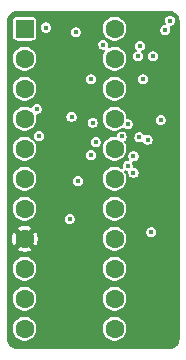
<source format=gbr>
%TF.GenerationSoftware,KiCad,Pcbnew,9.0.2*%
%TF.CreationDate,2025-08-20T02:55:48+06:00*%
%TF.ProjectId,hp3478a-fram-6l,68703334-3738-4612-9d66-72616d2d366c,rev?*%
%TF.SameCoordinates,Original*%
%TF.FileFunction,Copper,L2,Inr*%
%TF.FilePolarity,Positive*%
%FSLAX46Y46*%
G04 Gerber Fmt 4.6, Leading zero omitted, Abs format (unit mm)*
G04 Created by KiCad (PCBNEW 9.0.2) date 2025-08-20 02:55:48*
%MOMM*%
%LPD*%
G01*
G04 APERTURE LIST*
G04 Aperture macros list*
%AMRoundRect*
0 Rectangle with rounded corners*
0 $1 Rounding radius*
0 $2 $3 $4 $5 $6 $7 $8 $9 X,Y pos of 4 corners*
0 Add a 4 corners polygon primitive as box body*
4,1,4,$2,$3,$4,$5,$6,$7,$8,$9,$2,$3,0*
0 Add four circle primitives for the rounded corners*
1,1,$1+$1,$2,$3*
1,1,$1+$1,$4,$5*
1,1,$1+$1,$6,$7*
1,1,$1+$1,$8,$9*
0 Add four rect primitives between the rounded corners*
20,1,$1+$1,$2,$3,$4,$5,0*
20,1,$1+$1,$4,$5,$6,$7,0*
20,1,$1+$1,$6,$7,$8,$9,0*
20,1,$1+$1,$8,$9,$2,$3,0*%
G04 Aperture macros list end*
%TA.AperFunction,ComponentPad*%
%ADD10RoundRect,0.250000X-0.550000X-0.550000X0.550000X-0.550000X0.550000X0.550000X-0.550000X0.550000X0*%
%TD*%
%TA.AperFunction,ComponentPad*%
%ADD11C,1.600000*%
%TD*%
%TA.AperFunction,ViaPad*%
%ADD12C,0.450000*%
%TD*%
G04 APERTURE END LIST*
D10*
%TO.N,/A3*%
%TO.C,J1*%
X132680000Y-56700000D03*
D11*
%TO.N,/A2*%
X132680000Y-59240000D03*
%TO.N,/A1*%
X132680000Y-61780000D03*
%TO.N,/A0*%
X132680000Y-64320000D03*
%TO.N,/A5*%
X132680000Y-66860000D03*
%TO.N,/A6*%
X132680000Y-69400000D03*
%TO.N,/A7*%
X132680000Y-71940000D03*
%TO.N,GND*%
X132680000Y-74480000D03*
%TO.N,/D0*%
X132680000Y-77020000D03*
X132680000Y-79560000D03*
%TO.N,/D1*%
X132680000Y-82100000D03*
X140300000Y-82100000D03*
%TO.N,/D2*%
X140300000Y-79560000D03*
X140300000Y-77020000D03*
%TO.N,/D3*%
X140300000Y-74480000D03*
X140300000Y-71940000D03*
%TO.N,/CE_{2}*%
X140300000Y-69400000D03*
%TO.N,/OD*%
X140300000Y-66860000D03*
%TO.N,/~{CE_{1}}*%
X140300000Y-64320000D03*
%TO.N,/R{slash}W*%
X140300000Y-61780000D03*
%TO.N,/A4*%
X140300000Y-59240000D03*
%TO.N,+5V*%
X140300000Y-56700000D03*
%TD*%
D12*
%TO.N,+5V*%
X138700000Y-66300000D03*
X140900000Y-65827626D03*
%TO.N,GND*%
X137400000Y-62900000D03*
%TO.N,+5V*%
X138300000Y-67400000D03*
X137200000Y-69600000D03*
%TO.N,GND*%
X131700000Y-80900000D03*
X134100000Y-55800000D03*
X145000000Y-80000000D03*
X135000000Y-83000000D03*
X135400000Y-77300000D03*
X138000000Y-56000000D03*
X142662500Y-62250000D03*
X143300000Y-55600000D03*
X145000000Y-77000000D03*
X143100978Y-56462993D03*
X138000000Y-80000000D03*
X135400000Y-76500000D03*
X143740000Y-63350000D03*
X143306798Y-60609149D03*
X136800000Y-65200000D03*
X142000000Y-83000000D03*
X134900000Y-78500000D03*
X135300000Y-67590000D03*
X135300000Y-68860000D03*
X136900000Y-58700000D03*
X142200000Y-56000000D03*
X145000000Y-83000000D03*
X138000000Y-83000000D03*
X134074167Y-64324025D03*
X135000000Y-80000000D03*
X137150000Y-58050000D03*
X136500000Y-73940000D03*
X138000000Y-71000000D03*
X137600000Y-66700000D03*
X143245873Y-65421304D03*
X142900000Y-71500000D03*
X134900000Y-75300000D03*
X136500000Y-60600000D03*
X131700000Y-58100000D03*
X142000000Y-80000000D03*
%TO.N,+5V*%
X134500000Y-56600000D03*
X144600000Y-56800000D03*
X144200000Y-64425000D03*
X133900000Y-65800000D03*
X145000000Y-56010000D03*
X142462500Y-58150000D03*
X141900000Y-68900000D03*
X133700000Y-63500000D03*
%TO.N,/D2*%
X136492614Y-72807386D03*
%TO.N,/D3*%
X143400000Y-73940000D03*
%TO.N,/A7*%
X141400000Y-68300000D03*
X143100000Y-66100000D03*
%TO.N,/A6*%
X141400000Y-64800000D03*
%TO.N,/A5*%
X138450000Y-64650000D03*
%TO.N,/OD*%
X139350000Y-58050000D03*
%TO.N,/R{slash}W*%
X137000000Y-57000000D03*
X138300000Y-61000000D03*
%TO.N,Net-(U1-Y)*%
X141900000Y-67500000D03*
X142287500Y-59037500D03*
%TO.N,/~{CE}*%
X142400000Y-65900000D03*
%TO.N,/~{OE}*%
X136653855Y-64151866D03*
%TO.N,/~{WE}*%
X143555000Y-59045000D03*
X142700000Y-61000000D03*
%TD*%
%TA.AperFunction,Conductor*%
%TO.N,GND*%
G36*
X145004842Y-55200977D02*
G01*
X145064184Y-55206821D01*
X145146271Y-55214906D01*
X145165302Y-55218691D01*
X145296628Y-55258528D01*
X145314551Y-55265953D01*
X145435581Y-55330645D01*
X145451710Y-55341421D01*
X145527196Y-55403371D01*
X145557794Y-55428482D01*
X145571517Y-55442205D01*
X145651092Y-55539168D01*
X145658575Y-55548285D01*
X145669357Y-55564422D01*
X145734045Y-55685445D01*
X145741472Y-55703375D01*
X145781307Y-55834694D01*
X145785093Y-55853728D01*
X145799023Y-55995156D01*
X145799500Y-56004860D01*
X145799500Y-82995139D01*
X145799023Y-83004842D01*
X145799023Y-83004843D01*
X145785093Y-83146271D01*
X145781307Y-83165305D01*
X145741472Y-83296624D01*
X145734045Y-83314554D01*
X145669357Y-83435577D01*
X145658575Y-83451714D01*
X145571517Y-83557794D01*
X145557794Y-83571517D01*
X145451714Y-83658575D01*
X145435577Y-83669357D01*
X145314554Y-83734045D01*
X145296624Y-83741472D01*
X145165305Y-83781307D01*
X145146271Y-83785093D01*
X145004843Y-83799023D01*
X144995139Y-83799500D01*
X132004861Y-83799500D01*
X131995157Y-83799023D01*
X131853728Y-83785093D01*
X131834694Y-83781307D01*
X131703375Y-83741472D01*
X131685445Y-83734045D01*
X131564422Y-83669357D01*
X131548287Y-83658576D01*
X131495245Y-83615046D01*
X131442205Y-83571517D01*
X131428482Y-83557794D01*
X131403371Y-83527196D01*
X131341421Y-83451710D01*
X131330645Y-83435581D01*
X131265953Y-83314551D01*
X131258527Y-83296624D01*
X131253823Y-83281118D01*
X131218691Y-83165302D01*
X131214906Y-83146270D01*
X131200977Y-83004842D01*
X131200500Y-82995139D01*
X131200500Y-82001456D01*
X131679500Y-82001456D01*
X131679500Y-82198543D01*
X131717949Y-82391834D01*
X131717949Y-82391836D01*
X131793367Y-82573913D01*
X131793368Y-82573914D01*
X131902861Y-82737782D01*
X132042218Y-82877139D01*
X132206086Y-82986632D01*
X132388165Y-83062051D01*
X132581459Y-83100500D01*
X132581460Y-83100500D01*
X132778540Y-83100500D01*
X132778541Y-83100500D01*
X132971835Y-83062051D01*
X133153914Y-82986632D01*
X133317782Y-82877139D01*
X133457139Y-82737782D01*
X133566632Y-82573914D01*
X133642051Y-82391835D01*
X133680500Y-82198541D01*
X133680500Y-82001459D01*
X133680499Y-82001456D01*
X139299500Y-82001456D01*
X139299500Y-82198543D01*
X139337949Y-82391834D01*
X139337949Y-82391836D01*
X139413367Y-82573913D01*
X139413368Y-82573914D01*
X139522861Y-82737782D01*
X139662218Y-82877139D01*
X139826086Y-82986632D01*
X140008165Y-83062051D01*
X140201459Y-83100500D01*
X140201460Y-83100500D01*
X140398540Y-83100500D01*
X140398541Y-83100500D01*
X140591835Y-83062051D01*
X140773914Y-82986632D01*
X140937782Y-82877139D01*
X141077139Y-82737782D01*
X141186632Y-82573914D01*
X141262051Y-82391835D01*
X141300500Y-82198541D01*
X141300500Y-82001459D01*
X141262051Y-81808165D01*
X141186632Y-81626086D01*
X141077139Y-81462218D01*
X140937782Y-81322861D01*
X140773914Y-81213368D01*
X140773915Y-81213368D01*
X140773913Y-81213367D01*
X140591835Y-81137949D01*
X140398543Y-81099500D01*
X140398541Y-81099500D01*
X140201459Y-81099500D01*
X140201456Y-81099500D01*
X140008165Y-81137949D01*
X140008163Y-81137949D01*
X139826086Y-81213367D01*
X139662218Y-81322861D01*
X139662214Y-81322864D01*
X139522864Y-81462214D01*
X139522861Y-81462218D01*
X139413367Y-81626086D01*
X139337949Y-81808163D01*
X139337949Y-81808165D01*
X139299500Y-82001456D01*
X133680499Y-82001456D01*
X133642051Y-81808165D01*
X133566632Y-81626086D01*
X133457139Y-81462218D01*
X133317782Y-81322861D01*
X133153914Y-81213368D01*
X133153915Y-81213368D01*
X133153913Y-81213367D01*
X132971835Y-81137949D01*
X132778543Y-81099500D01*
X132778541Y-81099500D01*
X132581459Y-81099500D01*
X132581456Y-81099500D01*
X132388165Y-81137949D01*
X132388163Y-81137949D01*
X132206086Y-81213367D01*
X132042218Y-81322861D01*
X132042214Y-81322864D01*
X131902864Y-81462214D01*
X131902861Y-81462218D01*
X131793367Y-81626086D01*
X131717949Y-81808163D01*
X131717949Y-81808165D01*
X131679500Y-82001456D01*
X131200500Y-82001456D01*
X131200500Y-79461456D01*
X131679500Y-79461456D01*
X131679500Y-79658543D01*
X131717949Y-79851834D01*
X131717949Y-79851836D01*
X131793367Y-80033913D01*
X131793368Y-80033914D01*
X131902861Y-80197782D01*
X132042218Y-80337139D01*
X132206086Y-80446632D01*
X132388165Y-80522051D01*
X132581459Y-80560500D01*
X132581460Y-80560500D01*
X132778540Y-80560500D01*
X132778541Y-80560500D01*
X132971835Y-80522051D01*
X133153914Y-80446632D01*
X133317782Y-80337139D01*
X133457139Y-80197782D01*
X133566632Y-80033914D01*
X133642051Y-79851835D01*
X133680500Y-79658541D01*
X133680500Y-79461459D01*
X133680499Y-79461456D01*
X139299500Y-79461456D01*
X139299500Y-79658543D01*
X139337949Y-79851834D01*
X139337949Y-79851836D01*
X139413367Y-80033913D01*
X139413368Y-80033914D01*
X139522861Y-80197782D01*
X139662218Y-80337139D01*
X139826086Y-80446632D01*
X140008165Y-80522051D01*
X140201459Y-80560500D01*
X140201460Y-80560500D01*
X140398540Y-80560500D01*
X140398541Y-80560500D01*
X140591835Y-80522051D01*
X140773914Y-80446632D01*
X140937782Y-80337139D01*
X141077139Y-80197782D01*
X141186632Y-80033914D01*
X141262051Y-79851835D01*
X141300500Y-79658541D01*
X141300500Y-79461459D01*
X141262051Y-79268165D01*
X141186632Y-79086086D01*
X141077139Y-78922218D01*
X140937782Y-78782861D01*
X140773914Y-78673368D01*
X140773915Y-78673368D01*
X140773913Y-78673367D01*
X140591835Y-78597949D01*
X140398543Y-78559500D01*
X140398541Y-78559500D01*
X140201459Y-78559500D01*
X140201456Y-78559500D01*
X140008165Y-78597949D01*
X140008163Y-78597949D01*
X139826086Y-78673367D01*
X139662218Y-78782861D01*
X139662214Y-78782864D01*
X139522864Y-78922214D01*
X139522861Y-78922218D01*
X139413367Y-79086086D01*
X139337949Y-79268163D01*
X139337949Y-79268165D01*
X139299500Y-79461456D01*
X133680499Y-79461456D01*
X133642051Y-79268165D01*
X133566632Y-79086086D01*
X133457139Y-78922218D01*
X133317782Y-78782861D01*
X133153914Y-78673368D01*
X133153915Y-78673368D01*
X133153913Y-78673367D01*
X132971835Y-78597949D01*
X132778543Y-78559500D01*
X132778541Y-78559500D01*
X132581459Y-78559500D01*
X132581456Y-78559500D01*
X132388165Y-78597949D01*
X132388163Y-78597949D01*
X132206086Y-78673367D01*
X132042218Y-78782861D01*
X132042214Y-78782864D01*
X131902864Y-78922214D01*
X131902861Y-78922218D01*
X131793367Y-79086086D01*
X131717949Y-79268163D01*
X131717949Y-79268165D01*
X131679500Y-79461456D01*
X131200500Y-79461456D01*
X131200500Y-76921456D01*
X131679500Y-76921456D01*
X131679500Y-77118543D01*
X131717949Y-77311834D01*
X131717949Y-77311836D01*
X131793367Y-77493913D01*
X131793368Y-77493914D01*
X131902861Y-77657782D01*
X132042218Y-77797139D01*
X132206086Y-77906632D01*
X132388165Y-77982051D01*
X132581459Y-78020500D01*
X132581460Y-78020500D01*
X132778540Y-78020500D01*
X132778541Y-78020500D01*
X132971835Y-77982051D01*
X133153914Y-77906632D01*
X133317782Y-77797139D01*
X133457139Y-77657782D01*
X133566632Y-77493914D01*
X133642051Y-77311835D01*
X133680500Y-77118541D01*
X133680500Y-76921459D01*
X133680499Y-76921456D01*
X139299500Y-76921456D01*
X139299500Y-77118543D01*
X139337949Y-77311834D01*
X139337949Y-77311836D01*
X139413367Y-77493913D01*
X139413368Y-77493914D01*
X139522861Y-77657782D01*
X139662218Y-77797139D01*
X139826086Y-77906632D01*
X140008165Y-77982051D01*
X140201459Y-78020500D01*
X140201460Y-78020500D01*
X140398540Y-78020500D01*
X140398541Y-78020500D01*
X140591835Y-77982051D01*
X140773914Y-77906632D01*
X140937782Y-77797139D01*
X141077139Y-77657782D01*
X141186632Y-77493914D01*
X141262051Y-77311835D01*
X141300500Y-77118541D01*
X141300500Y-76921459D01*
X141262051Y-76728165D01*
X141186632Y-76546086D01*
X141077139Y-76382218D01*
X140937782Y-76242861D01*
X140773914Y-76133368D01*
X140773915Y-76133368D01*
X140773913Y-76133367D01*
X140591835Y-76057949D01*
X140398543Y-76019500D01*
X140398541Y-76019500D01*
X140201459Y-76019500D01*
X140201456Y-76019500D01*
X140008165Y-76057949D01*
X140008163Y-76057949D01*
X139826086Y-76133367D01*
X139662218Y-76242861D01*
X139662214Y-76242864D01*
X139522864Y-76382214D01*
X139522861Y-76382218D01*
X139413367Y-76546086D01*
X139337949Y-76728163D01*
X139337949Y-76728165D01*
X139299500Y-76921456D01*
X133680499Y-76921456D01*
X133642051Y-76728165D01*
X133566632Y-76546086D01*
X133457139Y-76382218D01*
X133317782Y-76242861D01*
X133153914Y-76133368D01*
X133153915Y-76133368D01*
X133153913Y-76133367D01*
X132971835Y-76057949D01*
X132778543Y-76019500D01*
X132778541Y-76019500D01*
X132581459Y-76019500D01*
X132581456Y-76019500D01*
X132388165Y-76057949D01*
X132388163Y-76057949D01*
X132206086Y-76133367D01*
X132042218Y-76242861D01*
X132042214Y-76242864D01*
X131902864Y-76382214D01*
X131902861Y-76382218D01*
X131793367Y-76546086D01*
X131717949Y-76728163D01*
X131717949Y-76728165D01*
X131679500Y-76921456D01*
X131200500Y-76921456D01*
X131200500Y-74393424D01*
X131580000Y-74393424D01*
X131580000Y-74566575D01*
X131607084Y-74737579D01*
X131660588Y-74902248D01*
X131739196Y-75056524D01*
X131743708Y-75062735D01*
X132280000Y-74526443D01*
X132280000Y-74532661D01*
X132307259Y-74634394D01*
X132359920Y-74725606D01*
X132434394Y-74800080D01*
X132525606Y-74852741D01*
X132627339Y-74880000D01*
X132633552Y-74880000D01*
X132097262Y-75416289D01*
X132097262Y-75416290D01*
X132103469Y-75420800D01*
X132103475Y-75420804D01*
X132257751Y-75499411D01*
X132422420Y-75552915D01*
X132593425Y-75580000D01*
X132766575Y-75580000D01*
X132937579Y-75552915D01*
X133102248Y-75499411D01*
X133256523Y-75420804D01*
X133256530Y-75420800D01*
X133262736Y-75416290D01*
X132726446Y-74880000D01*
X132732661Y-74880000D01*
X132834394Y-74852741D01*
X132925606Y-74800080D01*
X133000080Y-74725606D01*
X133052741Y-74634394D01*
X133080000Y-74532661D01*
X133080000Y-74526446D01*
X133616290Y-75062736D01*
X133620800Y-75056530D01*
X133620804Y-75056523D01*
X133699411Y-74902248D01*
X133752915Y-74737579D01*
X133780000Y-74566575D01*
X133780000Y-74393426D01*
X133779788Y-74392088D01*
X133779788Y-74392086D01*
X133779787Y-74392082D01*
X133778104Y-74381456D01*
X139299500Y-74381456D01*
X139299500Y-74578543D01*
X139337949Y-74771834D01*
X139337949Y-74771836D01*
X139413367Y-74953913D01*
X139413368Y-74953914D01*
X139522861Y-75117782D01*
X139662218Y-75257139D01*
X139826086Y-75366632D01*
X140008165Y-75442051D01*
X140201459Y-75480500D01*
X140201460Y-75480500D01*
X140398540Y-75480500D01*
X140398541Y-75480500D01*
X140591835Y-75442051D01*
X140773914Y-75366632D01*
X140937782Y-75257139D01*
X141077139Y-75117782D01*
X141186632Y-74953914D01*
X141262051Y-74771835D01*
X141300500Y-74578541D01*
X141300500Y-74381459D01*
X141262051Y-74188165D01*
X141186632Y-74006086D01*
X141105045Y-73883982D01*
X142974500Y-73883982D01*
X142974500Y-73996018D01*
X142977198Y-74006086D01*
X143003498Y-74104241D01*
X143059513Y-74201260D01*
X143059515Y-74201263D01*
X143138737Y-74280485D01*
X143138739Y-74280486D01*
X143235759Y-74336501D01*
X143235757Y-74336501D01*
X143235761Y-74336502D01*
X143235763Y-74336503D01*
X143343982Y-74365500D01*
X143343984Y-74365500D01*
X143456016Y-74365500D01*
X143456018Y-74365500D01*
X143564237Y-74336503D01*
X143564239Y-74336501D01*
X143564241Y-74336501D01*
X143593064Y-74319859D01*
X143661263Y-74280485D01*
X143740485Y-74201263D01*
X143783681Y-74126445D01*
X143796501Y-74104241D01*
X143796501Y-74104239D01*
X143796503Y-74104237D01*
X143825500Y-73996018D01*
X143825500Y-73883982D01*
X143796503Y-73775763D01*
X143796501Y-73775760D01*
X143796501Y-73775758D01*
X143740486Y-73678739D01*
X143740485Y-73678737D01*
X143661263Y-73599515D01*
X143661260Y-73599513D01*
X143564240Y-73543498D01*
X143564242Y-73543498D01*
X143522251Y-73532247D01*
X143456018Y-73514500D01*
X143343982Y-73514500D01*
X143277748Y-73532247D01*
X143235758Y-73543498D01*
X143138739Y-73599513D01*
X143059513Y-73678739D01*
X143003498Y-73775758D01*
X143003497Y-73775763D01*
X142974500Y-73883982D01*
X141105045Y-73883982D01*
X141077139Y-73842218D01*
X140937782Y-73702861D01*
X140773914Y-73593368D01*
X140773915Y-73593368D01*
X140773913Y-73593367D01*
X140591835Y-73517949D01*
X140398543Y-73479500D01*
X140398541Y-73479500D01*
X140201459Y-73479500D01*
X140201456Y-73479500D01*
X140008165Y-73517949D01*
X140008163Y-73517949D01*
X139826086Y-73593367D01*
X139662218Y-73702861D01*
X139662214Y-73702864D01*
X139522864Y-73842214D01*
X139522861Y-73842218D01*
X139413367Y-74006086D01*
X139337949Y-74188163D01*
X139337949Y-74188165D01*
X139299500Y-74381456D01*
X133778104Y-74381456D01*
X133752915Y-74222420D01*
X133699411Y-74057751D01*
X133620804Y-73903475D01*
X133620800Y-73903469D01*
X133616290Y-73897262D01*
X133616289Y-73897262D01*
X133080000Y-74433551D01*
X133080000Y-74427339D01*
X133052741Y-74325606D01*
X133000080Y-74234394D01*
X132925606Y-74159920D01*
X132834394Y-74107259D01*
X132732661Y-74080000D01*
X132726444Y-74080000D01*
X133262736Y-73543708D01*
X133256524Y-73539196D01*
X133102248Y-73460588D01*
X132937579Y-73407084D01*
X132766575Y-73380000D01*
X132593425Y-73380000D01*
X132422420Y-73407084D01*
X132257751Y-73460588D01*
X132103478Y-73539194D01*
X132097262Y-73543708D01*
X132633554Y-74080000D01*
X132627339Y-74080000D01*
X132525606Y-74107259D01*
X132434394Y-74159920D01*
X132359920Y-74234394D01*
X132307259Y-74325606D01*
X132280000Y-74427339D01*
X132280000Y-74433554D01*
X131743708Y-73897262D01*
X131739194Y-73903478D01*
X131660588Y-74057751D01*
X131607084Y-74222420D01*
X131580000Y-74393424D01*
X131200500Y-74393424D01*
X131200500Y-71841456D01*
X131679500Y-71841456D01*
X131679500Y-72038543D01*
X131717949Y-72231834D01*
X131717949Y-72231836D01*
X131793367Y-72413913D01*
X131793368Y-72413914D01*
X131902861Y-72577782D01*
X132042218Y-72717139D01*
X132206086Y-72826632D01*
X132388165Y-72902051D01*
X132581459Y-72940500D01*
X132581460Y-72940500D01*
X132778540Y-72940500D01*
X132778541Y-72940500D01*
X132971835Y-72902051D01*
X133153914Y-72826632D01*
X133266555Y-72751368D01*
X136067114Y-72751368D01*
X136067114Y-72863404D01*
X136087772Y-72940500D01*
X136096112Y-72971627D01*
X136152127Y-73068646D01*
X136152129Y-73068649D01*
X136231351Y-73147871D01*
X136231353Y-73147872D01*
X136328373Y-73203887D01*
X136328371Y-73203887D01*
X136328375Y-73203888D01*
X136328377Y-73203889D01*
X136436596Y-73232886D01*
X136436598Y-73232886D01*
X136548630Y-73232886D01*
X136548632Y-73232886D01*
X136656851Y-73203889D01*
X136656853Y-73203887D01*
X136656855Y-73203887D01*
X136685678Y-73187245D01*
X136753877Y-73147871D01*
X136833099Y-73068649D01*
X136889117Y-72971623D01*
X136918114Y-72863404D01*
X136918114Y-72751368D01*
X136889117Y-72643149D01*
X136889115Y-72643146D01*
X136889115Y-72643144D01*
X136833100Y-72546125D01*
X136833099Y-72546123D01*
X136753877Y-72466901D01*
X136753874Y-72466899D01*
X136656854Y-72410884D01*
X136656856Y-72410884D01*
X136614865Y-72399633D01*
X136548632Y-72381886D01*
X136436596Y-72381886D01*
X136370362Y-72399633D01*
X136328372Y-72410884D01*
X136231353Y-72466899D01*
X136152127Y-72546125D01*
X136096112Y-72643144D01*
X136096111Y-72643149D01*
X136067114Y-72751368D01*
X133266555Y-72751368D01*
X133317782Y-72717139D01*
X133457139Y-72577782D01*
X133566632Y-72413914D01*
X133642051Y-72231835D01*
X133680500Y-72038541D01*
X133680500Y-71841459D01*
X133680499Y-71841456D01*
X139299500Y-71841456D01*
X139299500Y-72038543D01*
X139337949Y-72231834D01*
X139337949Y-72231836D01*
X139413367Y-72413913D01*
X139413368Y-72413914D01*
X139522861Y-72577782D01*
X139662218Y-72717139D01*
X139826086Y-72826632D01*
X140008165Y-72902051D01*
X140201459Y-72940500D01*
X140201460Y-72940500D01*
X140398540Y-72940500D01*
X140398541Y-72940500D01*
X140591835Y-72902051D01*
X140773914Y-72826632D01*
X140937782Y-72717139D01*
X141077139Y-72577782D01*
X141186632Y-72413914D01*
X141262051Y-72231835D01*
X141300500Y-72038541D01*
X141300500Y-71841459D01*
X141262051Y-71648165D01*
X141186632Y-71466086D01*
X141077139Y-71302218D01*
X140937782Y-71162861D01*
X140773914Y-71053368D01*
X140773915Y-71053368D01*
X140773913Y-71053367D01*
X140591835Y-70977949D01*
X140398543Y-70939500D01*
X140398541Y-70939500D01*
X140201459Y-70939500D01*
X140201456Y-70939500D01*
X140008165Y-70977949D01*
X140008163Y-70977949D01*
X139826086Y-71053367D01*
X139662218Y-71162861D01*
X139662214Y-71162864D01*
X139522864Y-71302214D01*
X139522861Y-71302218D01*
X139413367Y-71466086D01*
X139337949Y-71648163D01*
X139337949Y-71648165D01*
X139299500Y-71841456D01*
X133680499Y-71841456D01*
X133642051Y-71648165D01*
X133566632Y-71466086D01*
X133457139Y-71302218D01*
X133317782Y-71162861D01*
X133153914Y-71053368D01*
X133153915Y-71053368D01*
X133153913Y-71053367D01*
X132971835Y-70977949D01*
X132778543Y-70939500D01*
X132778541Y-70939500D01*
X132581459Y-70939500D01*
X132581456Y-70939500D01*
X132388165Y-70977949D01*
X132388163Y-70977949D01*
X132206086Y-71053367D01*
X132042218Y-71162861D01*
X132042214Y-71162864D01*
X131902864Y-71302214D01*
X131902861Y-71302218D01*
X131793367Y-71466086D01*
X131717949Y-71648163D01*
X131717949Y-71648165D01*
X131679500Y-71841456D01*
X131200500Y-71841456D01*
X131200500Y-69301456D01*
X131679500Y-69301456D01*
X131679500Y-69498543D01*
X131683406Y-69518179D01*
X131710824Y-69656018D01*
X131717949Y-69691834D01*
X131717949Y-69691836D01*
X131793367Y-69873913D01*
X131793368Y-69873914D01*
X131902861Y-70037782D01*
X132042218Y-70177139D01*
X132206086Y-70286632D01*
X132388165Y-70362051D01*
X132581459Y-70400500D01*
X132581460Y-70400500D01*
X132778540Y-70400500D01*
X132778541Y-70400500D01*
X132971835Y-70362051D01*
X133153914Y-70286632D01*
X133317782Y-70177139D01*
X133457139Y-70037782D01*
X133566632Y-69873914D01*
X133642051Y-69691835D01*
X133671461Y-69543982D01*
X136774500Y-69543982D01*
X136774500Y-69656018D01*
X136800072Y-69751455D01*
X136803498Y-69764241D01*
X136859513Y-69861260D01*
X136859515Y-69861263D01*
X136938737Y-69940485D01*
X136938739Y-69940486D01*
X137035759Y-69996501D01*
X137035757Y-69996501D01*
X137035761Y-69996502D01*
X137035763Y-69996503D01*
X137143982Y-70025500D01*
X137143984Y-70025500D01*
X137256016Y-70025500D01*
X137256018Y-70025500D01*
X137364237Y-69996503D01*
X137364239Y-69996501D01*
X137364241Y-69996501D01*
X137393064Y-69979859D01*
X137461263Y-69940485D01*
X137540485Y-69861263D01*
X137596503Y-69764237D01*
X137625500Y-69656018D01*
X137625500Y-69543982D01*
X137596503Y-69435763D01*
X137540485Y-69338737D01*
X137503204Y-69301456D01*
X139299500Y-69301456D01*
X139299500Y-69498543D01*
X139303406Y-69518179D01*
X139330824Y-69656018D01*
X139337949Y-69691834D01*
X139337949Y-69691836D01*
X139413367Y-69873913D01*
X139413368Y-69873914D01*
X139522861Y-70037782D01*
X139662218Y-70177139D01*
X139826086Y-70286632D01*
X140008165Y-70362051D01*
X140201459Y-70400500D01*
X140201460Y-70400500D01*
X140398540Y-70400500D01*
X140398541Y-70400500D01*
X140591835Y-70362051D01*
X140773914Y-70286632D01*
X140937782Y-70177139D01*
X141077139Y-70037782D01*
X141186632Y-69873914D01*
X141262051Y-69691835D01*
X141300500Y-69498541D01*
X141300500Y-69301459D01*
X141262051Y-69108165D01*
X141186632Y-68926086D01*
X141135194Y-68849104D01*
X141129008Y-68827170D01*
X141119296Y-68806555D01*
X141120866Y-68798303D01*
X141118586Y-68790218D01*
X141126474Y-68768834D01*
X141130735Y-68746448D01*
X141136855Y-68740695D01*
X141139763Y-68732814D01*
X141158712Y-68720152D01*
X141175319Y-68704544D01*
X141183115Y-68703846D01*
X141190637Y-68698821D01*
X141236019Y-68696850D01*
X141239604Y-68697532D01*
X141343982Y-68725500D01*
X141386563Y-68725500D01*
X141395737Y-68727246D01*
X141414765Y-68737696D01*
X141435419Y-68744407D01*
X141441019Y-68752114D01*
X141449366Y-68756699D01*
X141458617Y-68776337D01*
X141471383Y-68793907D01*
X141471648Y-68803996D01*
X141475442Y-68812049D01*
X141472294Y-68828587D01*
X141472520Y-68837177D01*
X141475347Y-68837550D01*
X141474500Y-68843981D01*
X141474500Y-68843982D01*
X141474500Y-68956018D01*
X141500072Y-69051455D01*
X141503498Y-69064241D01*
X141559513Y-69161260D01*
X141559515Y-69161263D01*
X141638737Y-69240485D01*
X141638739Y-69240486D01*
X141735759Y-69296501D01*
X141735757Y-69296501D01*
X141735761Y-69296502D01*
X141735763Y-69296503D01*
X141843982Y-69325500D01*
X141843984Y-69325500D01*
X141956016Y-69325500D01*
X141956018Y-69325500D01*
X142064237Y-69296503D01*
X142064239Y-69296501D01*
X142064241Y-69296501D01*
X142093064Y-69279859D01*
X142161263Y-69240485D01*
X142240485Y-69161263D01*
X142296503Y-69064237D01*
X142325500Y-68956018D01*
X142325500Y-68843982D01*
X142296503Y-68735763D01*
X142296501Y-68735760D01*
X142296501Y-68735758D01*
X142240486Y-68638739D01*
X142240485Y-68638737D01*
X142161263Y-68559515D01*
X142161260Y-68559513D01*
X142064240Y-68503498D01*
X142064242Y-68503498D01*
X142022251Y-68492247D01*
X141956018Y-68474500D01*
X141922772Y-68474500D01*
X141864581Y-68455593D01*
X141828617Y-68406093D01*
X141827479Y-68362822D01*
X141824653Y-68362450D01*
X141825500Y-68356017D01*
X141825500Y-68243983D01*
X141796502Y-68135761D01*
X141760844Y-68074000D01*
X141748123Y-68014152D01*
X141773010Y-67958256D01*
X141825998Y-67927663D01*
X141846581Y-67925500D01*
X141956016Y-67925500D01*
X141956018Y-67925500D01*
X142064237Y-67896503D01*
X142064239Y-67896501D01*
X142064241Y-67896501D01*
X142102347Y-67874500D01*
X142161263Y-67840485D01*
X142240485Y-67761263D01*
X142296503Y-67664237D01*
X142325500Y-67556018D01*
X142325500Y-67443982D01*
X142296503Y-67335763D01*
X142296501Y-67335760D01*
X142296501Y-67335758D01*
X142240486Y-67238739D01*
X142240485Y-67238737D01*
X142161263Y-67159515D01*
X142147961Y-67151835D01*
X142064240Y-67103498D01*
X142064242Y-67103498D01*
X142022251Y-67092247D01*
X141956018Y-67074500D01*
X141843982Y-67074500D01*
X141777748Y-67092247D01*
X141735758Y-67103498D01*
X141638739Y-67159513D01*
X141559513Y-67238739D01*
X141503498Y-67335758D01*
X141501294Y-67343983D01*
X141474500Y-67443982D01*
X141474500Y-67556018D01*
X141493831Y-67628164D01*
X141503497Y-67664238D01*
X141539156Y-67726000D01*
X141551877Y-67785848D01*
X141526990Y-67841744D01*
X141474002Y-67872337D01*
X141453419Y-67874500D01*
X141343982Y-67874500D01*
X141277748Y-67892247D01*
X141235758Y-67903498D01*
X141138739Y-67959513D01*
X141059513Y-68038739D01*
X141003498Y-68135758D01*
X141003497Y-68135763D01*
X140974500Y-68243982D01*
X140974500Y-68356018D01*
X140996453Y-68437949D01*
X141001522Y-68456866D01*
X140998319Y-68517968D01*
X140959814Y-68565518D01*
X140900713Y-68581353D01*
X140850893Y-68564804D01*
X140845594Y-68561263D01*
X140773914Y-68513368D01*
X140591835Y-68437949D01*
X140398543Y-68399500D01*
X140398541Y-68399500D01*
X140201459Y-68399500D01*
X140201456Y-68399500D01*
X140008165Y-68437949D01*
X140008163Y-68437949D01*
X139826086Y-68513367D01*
X139662218Y-68622861D01*
X139662214Y-68622864D01*
X139522864Y-68762214D01*
X139522861Y-68762218D01*
X139413367Y-68926086D01*
X139337949Y-69108163D01*
X139337949Y-69108165D01*
X139299500Y-69301456D01*
X137503204Y-69301456D01*
X137461263Y-69259515D01*
X137461260Y-69259513D01*
X137364240Y-69203498D01*
X137364242Y-69203498D01*
X137322251Y-69192247D01*
X137256018Y-69174500D01*
X137143982Y-69174500D01*
X137077748Y-69192247D01*
X137035758Y-69203498D01*
X136938739Y-69259513D01*
X136859513Y-69338739D01*
X136803498Y-69435758D01*
X136803497Y-69435763D01*
X136774500Y-69543982D01*
X133671461Y-69543982D01*
X133680500Y-69498541D01*
X133680500Y-69301459D01*
X133642051Y-69108165D01*
X133566632Y-68926086D01*
X133457139Y-68762218D01*
X133317782Y-68622861D01*
X133208288Y-68549699D01*
X133153913Y-68513367D01*
X132971835Y-68437949D01*
X132778543Y-68399500D01*
X132778541Y-68399500D01*
X132581459Y-68399500D01*
X132581456Y-68399500D01*
X132388165Y-68437949D01*
X132388163Y-68437949D01*
X132206086Y-68513367D01*
X132042218Y-68622861D01*
X132042214Y-68622864D01*
X131902864Y-68762214D01*
X131902861Y-68762218D01*
X131793367Y-68926086D01*
X131717949Y-69108163D01*
X131717949Y-69108165D01*
X131679500Y-69301456D01*
X131200500Y-69301456D01*
X131200500Y-66761456D01*
X131679500Y-66761456D01*
X131679500Y-66958543D01*
X131717949Y-67151834D01*
X131717949Y-67151836D01*
X131793367Y-67333913D01*
X131793368Y-67333914D01*
X131902861Y-67497782D01*
X132042218Y-67637139D01*
X132206086Y-67746632D01*
X132388165Y-67822051D01*
X132581459Y-67860500D01*
X132581460Y-67860500D01*
X132778540Y-67860500D01*
X132778541Y-67860500D01*
X132971835Y-67822051D01*
X133153914Y-67746632D01*
X133317782Y-67637139D01*
X133457139Y-67497782D01*
X133559905Y-67343982D01*
X137874500Y-67343982D01*
X137874500Y-67456018D01*
X137900072Y-67551455D01*
X137903498Y-67564241D01*
X137959513Y-67661260D01*
X137959515Y-67661263D01*
X138038737Y-67740485D01*
X138038739Y-67740486D01*
X138135759Y-67796501D01*
X138135757Y-67796501D01*
X138135761Y-67796502D01*
X138135763Y-67796503D01*
X138243982Y-67825500D01*
X138243984Y-67825500D01*
X138356016Y-67825500D01*
X138356018Y-67825500D01*
X138464237Y-67796503D01*
X138464239Y-67796501D01*
X138464241Y-67796501D01*
X138525274Y-67761263D01*
X138561263Y-67740485D01*
X138640485Y-67661263D01*
X138696503Y-67564237D01*
X138725500Y-67456018D01*
X138725500Y-67343982D01*
X138696503Y-67235763D01*
X138696501Y-67235760D01*
X138696501Y-67235758D01*
X138640486Y-67138739D01*
X138640485Y-67138737D01*
X138561263Y-67059515D01*
X138561260Y-67059513D01*
X138464240Y-67003498D01*
X138464242Y-67003498D01*
X138422251Y-66992247D01*
X138356018Y-66974500D01*
X138243982Y-66974500D01*
X138177748Y-66992247D01*
X138135758Y-67003498D01*
X138038739Y-67059513D01*
X137959513Y-67138739D01*
X137903498Y-67235758D01*
X137887286Y-67296263D01*
X137874500Y-67343982D01*
X133559905Y-67343982D01*
X133566632Y-67333914D01*
X133642051Y-67151835D01*
X133680500Y-66958541D01*
X133680500Y-66761459D01*
X133680499Y-66761456D01*
X139299500Y-66761456D01*
X139299500Y-66958543D01*
X139337949Y-67151834D01*
X139337949Y-67151836D01*
X139413367Y-67333913D01*
X139413368Y-67333914D01*
X139522861Y-67497782D01*
X139662218Y-67637139D01*
X139826086Y-67746632D01*
X140008165Y-67822051D01*
X140201459Y-67860500D01*
X140201460Y-67860500D01*
X140398540Y-67860500D01*
X140398541Y-67860500D01*
X140591835Y-67822051D01*
X140773914Y-67746632D01*
X140937782Y-67637139D01*
X141077139Y-67497782D01*
X141186632Y-67333914D01*
X141262051Y-67151835D01*
X141300500Y-66958541D01*
X141300500Y-66761459D01*
X141262051Y-66568165D01*
X141186632Y-66386086D01*
X141133192Y-66306108D01*
X141116584Y-66247221D01*
X141137761Y-66189817D01*
X141156983Y-66173189D01*
X141156117Y-66172060D01*
X141161256Y-66168116D01*
X141161258Y-66168113D01*
X141161263Y-66168111D01*
X141240485Y-66088889D01*
X141296503Y-65991863D01*
X141325500Y-65883644D01*
X141325500Y-65843982D01*
X141974500Y-65843982D01*
X141974500Y-65956018D01*
X141996664Y-66038737D01*
X142003498Y-66064241D01*
X142059513Y-66161260D01*
X142059515Y-66161263D01*
X142138737Y-66240485D01*
X142138739Y-66240486D01*
X142235759Y-66296501D01*
X142235757Y-66296501D01*
X142235761Y-66296502D01*
X142235763Y-66296503D01*
X142343982Y-66325500D01*
X142343984Y-66325500D01*
X142456016Y-66325500D01*
X142456018Y-66325500D01*
X142564237Y-66296503D01*
X142596915Y-66277635D01*
X142656763Y-66264913D01*
X142712659Y-66289798D01*
X142732153Y-66313871D01*
X142756485Y-66356016D01*
X142759515Y-66361263D01*
X142838737Y-66440485D01*
X142838739Y-66440486D01*
X142935759Y-66496501D01*
X142935757Y-66496501D01*
X142935761Y-66496502D01*
X142935763Y-66496503D01*
X143043982Y-66525500D01*
X143043984Y-66525500D01*
X143156016Y-66525500D01*
X143156018Y-66525500D01*
X143264237Y-66496503D01*
X143264239Y-66496501D01*
X143264241Y-66496501D01*
X143320123Y-66464237D01*
X143361263Y-66440485D01*
X143440485Y-66361263D01*
X143496503Y-66264237D01*
X143525500Y-66156018D01*
X143525500Y-66043982D01*
X143496503Y-65935763D01*
X143496501Y-65935760D01*
X143496501Y-65935758D01*
X143440486Y-65838739D01*
X143440485Y-65838737D01*
X143361263Y-65759515D01*
X143334361Y-65743983D01*
X143264240Y-65703498D01*
X143264242Y-65703498D01*
X143222251Y-65692247D01*
X143156018Y-65674500D01*
X143043982Y-65674500D01*
X142948544Y-65700072D01*
X142935759Y-65703498D01*
X142903081Y-65722365D01*
X142843233Y-65735086D01*
X142787337Y-65710199D01*
X142767849Y-65686133D01*
X142740485Y-65638737D01*
X142661263Y-65559515D01*
X142661260Y-65559513D01*
X142564240Y-65503498D01*
X142564242Y-65503498D01*
X142503191Y-65487140D01*
X142456018Y-65474500D01*
X142343982Y-65474500D01*
X142296809Y-65487140D01*
X142235758Y-65503498D01*
X142138739Y-65559513D01*
X142059513Y-65638739D01*
X142003498Y-65735758D01*
X141992257Y-65777713D01*
X141974500Y-65843982D01*
X141325500Y-65843982D01*
X141325500Y-65771608D01*
X141296503Y-65663389D01*
X141296501Y-65663386D01*
X141296501Y-65663384D01*
X141240486Y-65566365D01*
X141240485Y-65566363D01*
X141161263Y-65487141D01*
X141161260Y-65487139D01*
X141064240Y-65431124D01*
X141064242Y-65431124D01*
X141022251Y-65419873D01*
X140956018Y-65402126D01*
X140843982Y-65402126D01*
X140838862Y-65403498D01*
X140774215Y-65420819D01*
X140774208Y-65420821D01*
X140735763Y-65431123D01*
X140701297Y-65451021D01*
X140701287Y-65451026D01*
X140638738Y-65487140D01*
X140559513Y-65566365D01*
X140503498Y-65663384D01*
X140474500Y-65771609D01*
X140474261Y-65773425D01*
X140473696Y-65774608D01*
X140472821Y-65777876D01*
X140472215Y-65777713D01*
X140447918Y-65828649D01*
X140394146Y-65857843D01*
X140376108Y-65859500D01*
X140201456Y-65859500D01*
X140008165Y-65897949D01*
X140008163Y-65897949D01*
X139826086Y-65973367D01*
X139662218Y-66082861D01*
X139662214Y-66082864D01*
X139522864Y-66222214D01*
X139522861Y-66222218D01*
X139413367Y-66386086D01*
X139337949Y-66568163D01*
X139337949Y-66568165D01*
X139299500Y-66761456D01*
X133680499Y-66761456D01*
X133642051Y-66568165D01*
X133566632Y-66386086D01*
X133471681Y-66243982D01*
X138274500Y-66243982D01*
X138274500Y-66356018D01*
X138282557Y-66386086D01*
X138303498Y-66464241D01*
X138338867Y-66525500D01*
X138359515Y-66561263D01*
X138438737Y-66640485D01*
X138438739Y-66640486D01*
X138535759Y-66696501D01*
X138535757Y-66696501D01*
X138535761Y-66696502D01*
X138535763Y-66696503D01*
X138643982Y-66725500D01*
X138643984Y-66725500D01*
X138756016Y-66725500D01*
X138756018Y-66725500D01*
X138864237Y-66696503D01*
X138864239Y-66696501D01*
X138864241Y-66696501D01*
X138893064Y-66679859D01*
X138961263Y-66640485D01*
X139040485Y-66561263D01*
X139096503Y-66464237D01*
X139125500Y-66356018D01*
X139125500Y-66243982D01*
X139096503Y-66135763D01*
X139096501Y-66135760D01*
X139096501Y-66135758D01*
X139040486Y-66038739D01*
X139040485Y-66038737D01*
X138961263Y-65959515D01*
X138961260Y-65959513D01*
X138864240Y-65903498D01*
X138864242Y-65903498D01*
X138822251Y-65892247D01*
X138756018Y-65874500D01*
X138643982Y-65874500D01*
X138577748Y-65892247D01*
X138535758Y-65903498D01*
X138438739Y-65959513D01*
X138359513Y-66038739D01*
X138303498Y-66135758D01*
X138296665Y-66161260D01*
X138274500Y-66243982D01*
X133471681Y-66243982D01*
X133457139Y-66222218D01*
X133317782Y-66082861D01*
X133153914Y-65973368D01*
X133153915Y-65973368D01*
X133153913Y-65973367D01*
X132971835Y-65897949D01*
X132778543Y-65859500D01*
X132778541Y-65859500D01*
X132581459Y-65859500D01*
X132581456Y-65859500D01*
X132388165Y-65897949D01*
X132388163Y-65897949D01*
X132206086Y-65973367D01*
X132042218Y-66082861D01*
X132042214Y-66082864D01*
X131902864Y-66222214D01*
X131902861Y-66222218D01*
X131793367Y-66386086D01*
X131717949Y-66568163D01*
X131717949Y-66568165D01*
X131679500Y-66761456D01*
X131200500Y-66761456D01*
X131200500Y-65743982D01*
X133474500Y-65743982D01*
X133474500Y-65856018D01*
X133500072Y-65951455D01*
X133503498Y-65964241D01*
X133538485Y-66024839D01*
X133538486Y-66024841D01*
X133559515Y-66061263D01*
X133638737Y-66140485D01*
X133639094Y-66140691D01*
X133639095Y-66140692D01*
X133735759Y-66196501D01*
X133735757Y-66196501D01*
X133735761Y-66196502D01*
X133735763Y-66196503D01*
X133843982Y-66225500D01*
X133843984Y-66225500D01*
X133956016Y-66225500D01*
X133956018Y-66225500D01*
X134064237Y-66196503D01*
X134064239Y-66196501D01*
X134064241Y-66196501D01*
X134104618Y-66173189D01*
X134161263Y-66140485D01*
X134240485Y-66061263D01*
X134296503Y-65964237D01*
X134325500Y-65856018D01*
X134325500Y-65743982D01*
X134296503Y-65635763D01*
X134296501Y-65635760D01*
X134296501Y-65635758D01*
X134240486Y-65538739D01*
X134240485Y-65538737D01*
X134161263Y-65459515D01*
X134146560Y-65451026D01*
X134064240Y-65403498D01*
X134064242Y-65403498D01*
X134022251Y-65392247D01*
X133956018Y-65374500D01*
X133843982Y-65374500D01*
X133777748Y-65392247D01*
X133735758Y-65403498D01*
X133638739Y-65459513D01*
X133559513Y-65538739D01*
X133503498Y-65635758D01*
X133490002Y-65686128D01*
X133474500Y-65743982D01*
X131200500Y-65743982D01*
X131200500Y-64221456D01*
X131679500Y-64221456D01*
X131679500Y-64418543D01*
X131717949Y-64611834D01*
X131717949Y-64611836D01*
X131793367Y-64793913D01*
X131793368Y-64793914D01*
X131902861Y-64957782D01*
X132042218Y-65097139D01*
X132206086Y-65206632D01*
X132388165Y-65282051D01*
X132581459Y-65320500D01*
X132581460Y-65320500D01*
X132778540Y-65320500D01*
X132778541Y-65320500D01*
X132971835Y-65282051D01*
X133153914Y-65206632D01*
X133317782Y-65097139D01*
X133457139Y-64957782D01*
X133566632Y-64793914D01*
X133642051Y-64611835D01*
X133645602Y-64593982D01*
X138024500Y-64593982D01*
X138024500Y-64706018D01*
X138034673Y-64743983D01*
X138053498Y-64814241D01*
X138109513Y-64911260D01*
X138109515Y-64911263D01*
X138188737Y-64990485D01*
X138188739Y-64990486D01*
X138285759Y-65046501D01*
X138285757Y-65046501D01*
X138285761Y-65046502D01*
X138285763Y-65046503D01*
X138393982Y-65075500D01*
X138393984Y-65075500D01*
X138506016Y-65075500D01*
X138506018Y-65075500D01*
X138614237Y-65046503D01*
X138614239Y-65046501D01*
X138614241Y-65046501D01*
X138643064Y-65029859D01*
X138711263Y-64990485D01*
X138790485Y-64911263D01*
X138846503Y-64814237D01*
X138875500Y-64706018D01*
X138875500Y-64593982D01*
X138846503Y-64485763D01*
X138846501Y-64485760D01*
X138846501Y-64485758D01*
X138790486Y-64388739D01*
X138790485Y-64388737D01*
X138711263Y-64309515D01*
X138626822Y-64260763D01*
X138614239Y-64253498D01*
X138614238Y-64253497D01*
X138614237Y-64253497D01*
X138506018Y-64224500D01*
X138393982Y-64224500D01*
X138327748Y-64242247D01*
X138285758Y-64253498D01*
X138188739Y-64309513D01*
X138109513Y-64388739D01*
X138053498Y-64485758D01*
X138051731Y-64492352D01*
X138024500Y-64593982D01*
X133645602Y-64593982D01*
X133680500Y-64418541D01*
X133680500Y-64221459D01*
X133655514Y-64095848D01*
X136228355Y-64095848D01*
X136228355Y-64207884D01*
X136242524Y-64260763D01*
X136257353Y-64316107D01*
X136313368Y-64413126D01*
X136313370Y-64413129D01*
X136392592Y-64492351D01*
X136392594Y-64492352D01*
X136489614Y-64548367D01*
X136489612Y-64548367D01*
X136489616Y-64548368D01*
X136489618Y-64548369D01*
X136597837Y-64577366D01*
X136597839Y-64577366D01*
X136709871Y-64577366D01*
X136709873Y-64577366D01*
X136818092Y-64548369D01*
X136818094Y-64548367D01*
X136818096Y-64548367D01*
X136853862Y-64527716D01*
X136915118Y-64492351D01*
X136994340Y-64413129D01*
X137050358Y-64316103D01*
X137075718Y-64221456D01*
X139299500Y-64221456D01*
X139299500Y-64418543D01*
X139337949Y-64611834D01*
X139337949Y-64611836D01*
X139413367Y-64793913D01*
X139413368Y-64793914D01*
X139522861Y-64957782D01*
X139662218Y-65097139D01*
X139826086Y-65206632D01*
X140008165Y-65282051D01*
X140201459Y-65320500D01*
X140201460Y-65320500D01*
X140398540Y-65320500D01*
X140398541Y-65320500D01*
X140591835Y-65282051D01*
X140773914Y-65206632D01*
X140937782Y-65097139D01*
X140946581Y-65088339D01*
X141001095Y-65060560D01*
X141061527Y-65070130D01*
X141086586Y-65088334D01*
X141138737Y-65140485D01*
X141138739Y-65140486D01*
X141235759Y-65196501D01*
X141235757Y-65196501D01*
X141235761Y-65196502D01*
X141235763Y-65196503D01*
X141343982Y-65225500D01*
X141343984Y-65225500D01*
X141456016Y-65225500D01*
X141456018Y-65225500D01*
X141564237Y-65196503D01*
X141564239Y-65196501D01*
X141564241Y-65196501D01*
X141593064Y-65179859D01*
X141661263Y-65140485D01*
X141740485Y-65061263D01*
X141796503Y-64964237D01*
X141825500Y-64856018D01*
X141825500Y-64743982D01*
X141796503Y-64635763D01*
X141796501Y-64635760D01*
X141796501Y-64635758D01*
X141740486Y-64538739D01*
X141740485Y-64538737D01*
X141661263Y-64459515D01*
X141641714Y-64448228D01*
X141641713Y-64448227D01*
X141564240Y-64403498D01*
X141564242Y-64403498D01*
X141509159Y-64388739D01*
X141456018Y-64374500D01*
X141399500Y-64374500D01*
X141382517Y-64368982D01*
X143774500Y-64368982D01*
X143774500Y-64481018D01*
X143789966Y-64538737D01*
X143803498Y-64589241D01*
X143859513Y-64686260D01*
X143859515Y-64686263D01*
X143938737Y-64765485D01*
X143938739Y-64765486D01*
X144035759Y-64821501D01*
X144035757Y-64821501D01*
X144035761Y-64821502D01*
X144035763Y-64821503D01*
X144143982Y-64850500D01*
X144143984Y-64850500D01*
X144256016Y-64850500D01*
X144256018Y-64850500D01*
X144364237Y-64821503D01*
X144364239Y-64821501D01*
X144364241Y-64821501D01*
X144393064Y-64804859D01*
X144461263Y-64765485D01*
X144540485Y-64686263D01*
X144579859Y-64618064D01*
X144596501Y-64589241D01*
X144596501Y-64589239D01*
X144596503Y-64589237D01*
X144625500Y-64481018D01*
X144625500Y-64368982D01*
X144596503Y-64260763D01*
X144596501Y-64260760D01*
X144596501Y-64260758D01*
X144540486Y-64163739D01*
X144540485Y-64163737D01*
X144461263Y-64084515D01*
X144461260Y-64084513D01*
X144364240Y-64028498D01*
X144364242Y-64028498D01*
X144322251Y-64017247D01*
X144256018Y-63999500D01*
X144143982Y-63999500D01*
X144077748Y-64017247D01*
X144035758Y-64028498D01*
X143938739Y-64084513D01*
X143859513Y-64163739D01*
X143803498Y-64260758D01*
X143790434Y-64309515D01*
X143774500Y-64368982D01*
X141382517Y-64368982D01*
X141341309Y-64355593D01*
X141305345Y-64306093D01*
X141300500Y-64275500D01*
X141300500Y-64221460D01*
X141300499Y-64221456D01*
X141262051Y-64028165D01*
X141186632Y-63846086D01*
X141077139Y-63682218D01*
X140937782Y-63542861D01*
X140828288Y-63469699D01*
X140773913Y-63433367D01*
X140591835Y-63357949D01*
X140398543Y-63319500D01*
X140398541Y-63319500D01*
X140201459Y-63319500D01*
X140201456Y-63319500D01*
X140008165Y-63357949D01*
X140008163Y-63357949D01*
X139826086Y-63433367D01*
X139662218Y-63542861D01*
X139662214Y-63542864D01*
X139522864Y-63682214D01*
X139522861Y-63682218D01*
X139413367Y-63846086D01*
X139337949Y-64028163D01*
X139337949Y-64028165D01*
X139299500Y-64221456D01*
X137075718Y-64221456D01*
X137079355Y-64207884D01*
X137079355Y-64095848D01*
X137050358Y-63987629D01*
X137050356Y-63987626D01*
X137050356Y-63987624D01*
X136994341Y-63890605D01*
X136994340Y-63890603D01*
X136915118Y-63811381D01*
X136915115Y-63811379D01*
X136818095Y-63755364D01*
X136818097Y-63755364D01*
X136776106Y-63744113D01*
X136709873Y-63726366D01*
X136597837Y-63726366D01*
X136531603Y-63744113D01*
X136489613Y-63755364D01*
X136392594Y-63811379D01*
X136313368Y-63890605D01*
X136257353Y-63987624D01*
X136246401Y-64028498D01*
X136228355Y-64095848D01*
X133655514Y-64095848D01*
X133645164Y-64043814D01*
X133652356Y-63983052D01*
X133693889Y-63938123D01*
X133742262Y-63925500D01*
X133756016Y-63925500D01*
X133756018Y-63925500D01*
X133864237Y-63896503D01*
X133864239Y-63896501D01*
X133864241Y-63896501D01*
X133893064Y-63879859D01*
X133961263Y-63840485D01*
X134040485Y-63761263D01*
X134096503Y-63664237D01*
X134125500Y-63556018D01*
X134125500Y-63443982D01*
X134096503Y-63335763D01*
X134096501Y-63335760D01*
X134096501Y-63335758D01*
X134040486Y-63238739D01*
X134040485Y-63238737D01*
X133961263Y-63159515D01*
X133961260Y-63159513D01*
X133864240Y-63103498D01*
X133864242Y-63103498D01*
X133822251Y-63092247D01*
X133756018Y-63074500D01*
X133643982Y-63074500D01*
X133577748Y-63092247D01*
X133535758Y-63103498D01*
X133438739Y-63159513D01*
X133359513Y-63238739D01*
X133303498Y-63335758D01*
X133294166Y-63370588D01*
X133260841Y-63421903D01*
X133203720Y-63443829D01*
X133158974Y-63433861D01*
X133158408Y-63435229D01*
X132971835Y-63357949D01*
X132778543Y-63319500D01*
X132778541Y-63319500D01*
X132581459Y-63319500D01*
X132581456Y-63319500D01*
X132388165Y-63357949D01*
X132388163Y-63357949D01*
X132206086Y-63433367D01*
X132042218Y-63542861D01*
X132042214Y-63542864D01*
X131902864Y-63682214D01*
X131902861Y-63682218D01*
X131793367Y-63846086D01*
X131717949Y-64028163D01*
X131717949Y-64028165D01*
X131679500Y-64221456D01*
X131200500Y-64221456D01*
X131200500Y-61681456D01*
X131679500Y-61681456D01*
X131679500Y-61878543D01*
X131717949Y-62071834D01*
X131717949Y-62071836D01*
X131793367Y-62253913D01*
X131793368Y-62253914D01*
X131902861Y-62417782D01*
X132042218Y-62557139D01*
X132206086Y-62666632D01*
X132388165Y-62742051D01*
X132581459Y-62780500D01*
X132581460Y-62780500D01*
X132778540Y-62780500D01*
X132778541Y-62780500D01*
X132971835Y-62742051D01*
X133153914Y-62666632D01*
X133317782Y-62557139D01*
X133457139Y-62417782D01*
X133566632Y-62253914D01*
X133642051Y-62071835D01*
X133680500Y-61878541D01*
X133680500Y-61681459D01*
X133680499Y-61681456D01*
X139299500Y-61681456D01*
X139299500Y-61878543D01*
X139337949Y-62071834D01*
X139337949Y-62071836D01*
X139413367Y-62253913D01*
X139413368Y-62253914D01*
X139522861Y-62417782D01*
X139662218Y-62557139D01*
X139826086Y-62666632D01*
X140008165Y-62742051D01*
X140201459Y-62780500D01*
X140201460Y-62780500D01*
X140398540Y-62780500D01*
X140398541Y-62780500D01*
X140591835Y-62742051D01*
X140773914Y-62666632D01*
X140937782Y-62557139D01*
X141077139Y-62417782D01*
X141186632Y-62253914D01*
X141262051Y-62071835D01*
X141300500Y-61878541D01*
X141300500Y-61681459D01*
X141262051Y-61488165D01*
X141186632Y-61306086D01*
X141077139Y-61142218D01*
X140937782Y-61002861D01*
X140849663Y-60943982D01*
X142274500Y-60943982D01*
X142274500Y-61056018D01*
X142297596Y-61142214D01*
X142303498Y-61164241D01*
X142359513Y-61261260D01*
X142359515Y-61261263D01*
X142438737Y-61340485D01*
X142438739Y-61340486D01*
X142535759Y-61396501D01*
X142535757Y-61396501D01*
X142535761Y-61396502D01*
X142535763Y-61396503D01*
X142643982Y-61425500D01*
X142643984Y-61425500D01*
X142756016Y-61425500D01*
X142756018Y-61425500D01*
X142864237Y-61396503D01*
X142864239Y-61396501D01*
X142864241Y-61396501D01*
X142893064Y-61379859D01*
X142961263Y-61340485D01*
X143040485Y-61261263D01*
X143096503Y-61164237D01*
X143125500Y-61056018D01*
X143125500Y-60943982D01*
X143096503Y-60835763D01*
X143096501Y-60835760D01*
X143096501Y-60835758D01*
X143040486Y-60738739D01*
X143040485Y-60738737D01*
X142961263Y-60659515D01*
X142961260Y-60659513D01*
X142864240Y-60603498D01*
X142864242Y-60603498D01*
X142822251Y-60592247D01*
X142756018Y-60574500D01*
X142643982Y-60574500D01*
X142577748Y-60592247D01*
X142535758Y-60603498D01*
X142438739Y-60659513D01*
X142359513Y-60738739D01*
X142303498Y-60835758D01*
X142303497Y-60835763D01*
X142274500Y-60943982D01*
X140849663Y-60943982D01*
X140773914Y-60893368D01*
X140773915Y-60893368D01*
X140773913Y-60893367D01*
X140591835Y-60817949D01*
X140398543Y-60779500D01*
X140398541Y-60779500D01*
X140201459Y-60779500D01*
X140201456Y-60779500D01*
X140008165Y-60817949D01*
X140008163Y-60817949D01*
X139826086Y-60893367D01*
X139662218Y-61002861D01*
X139662214Y-61002864D01*
X139522864Y-61142214D01*
X139522861Y-61142218D01*
X139413367Y-61306086D01*
X139337949Y-61488163D01*
X139337949Y-61488165D01*
X139299500Y-61681456D01*
X133680499Y-61681456D01*
X133642051Y-61488165D01*
X133566632Y-61306086D01*
X133457139Y-61142218D01*
X133317782Y-61002861D01*
X133229663Y-60943982D01*
X137874500Y-60943982D01*
X137874500Y-61056018D01*
X137897596Y-61142214D01*
X137903498Y-61164241D01*
X137959513Y-61261260D01*
X137959515Y-61261263D01*
X138038737Y-61340485D01*
X138038739Y-61340486D01*
X138135759Y-61396501D01*
X138135757Y-61396501D01*
X138135761Y-61396502D01*
X138135763Y-61396503D01*
X138243982Y-61425500D01*
X138243984Y-61425500D01*
X138356016Y-61425500D01*
X138356018Y-61425500D01*
X138464237Y-61396503D01*
X138464239Y-61396501D01*
X138464241Y-61396501D01*
X138493064Y-61379859D01*
X138561263Y-61340485D01*
X138640485Y-61261263D01*
X138696503Y-61164237D01*
X138725500Y-61056018D01*
X138725500Y-60943982D01*
X138696503Y-60835763D01*
X138696501Y-60835760D01*
X138696501Y-60835758D01*
X138640486Y-60738739D01*
X138640485Y-60738737D01*
X138561263Y-60659515D01*
X138561260Y-60659513D01*
X138464240Y-60603498D01*
X138464242Y-60603498D01*
X138422251Y-60592247D01*
X138356018Y-60574500D01*
X138243982Y-60574500D01*
X138177748Y-60592247D01*
X138135758Y-60603498D01*
X138038739Y-60659513D01*
X137959513Y-60738739D01*
X137903498Y-60835758D01*
X137903497Y-60835763D01*
X137874500Y-60943982D01*
X133229663Y-60943982D01*
X133153914Y-60893368D01*
X133153915Y-60893368D01*
X133153913Y-60893367D01*
X132971835Y-60817949D01*
X132778543Y-60779500D01*
X132778541Y-60779500D01*
X132581459Y-60779500D01*
X132581456Y-60779500D01*
X132388165Y-60817949D01*
X132388163Y-60817949D01*
X132206086Y-60893367D01*
X132042218Y-61002861D01*
X132042214Y-61002864D01*
X131902864Y-61142214D01*
X131902861Y-61142218D01*
X131793367Y-61306086D01*
X131717949Y-61488163D01*
X131717949Y-61488165D01*
X131679500Y-61681456D01*
X131200500Y-61681456D01*
X131200500Y-59141456D01*
X131679500Y-59141456D01*
X131679500Y-59338543D01*
X131717949Y-59531834D01*
X131717949Y-59531836D01*
X131793367Y-59713913D01*
X131793368Y-59713914D01*
X131902861Y-59877782D01*
X132042218Y-60017139D01*
X132206086Y-60126632D01*
X132388165Y-60202051D01*
X132581459Y-60240500D01*
X132581460Y-60240500D01*
X132778540Y-60240500D01*
X132778541Y-60240500D01*
X132971835Y-60202051D01*
X133153914Y-60126632D01*
X133317782Y-60017139D01*
X133457139Y-59877782D01*
X133566632Y-59713914D01*
X133642051Y-59531835D01*
X133680500Y-59338541D01*
X133680500Y-59141459D01*
X133642051Y-58948165D01*
X133566632Y-58766086D01*
X133457139Y-58602218D01*
X133317782Y-58462861D01*
X133153914Y-58353368D01*
X133153915Y-58353368D01*
X133153913Y-58353367D01*
X132971835Y-58277949D01*
X132778543Y-58239500D01*
X132778541Y-58239500D01*
X132581459Y-58239500D01*
X132581456Y-58239500D01*
X132388165Y-58277949D01*
X132388163Y-58277949D01*
X132206086Y-58353367D01*
X132042218Y-58462861D01*
X132042214Y-58462864D01*
X131902864Y-58602214D01*
X131902861Y-58602218D01*
X131793367Y-58766086D01*
X131717949Y-58948163D01*
X131717949Y-58948165D01*
X131679500Y-59141456D01*
X131200500Y-59141456D01*
X131200500Y-57993982D01*
X138924500Y-57993982D01*
X138924500Y-58106018D01*
X138950072Y-58201455D01*
X138953498Y-58214241D01*
X138990281Y-58277949D01*
X139009515Y-58311263D01*
X139088737Y-58390485D01*
X139088739Y-58390486D01*
X139185759Y-58446501D01*
X139185757Y-58446501D01*
X139185761Y-58446502D01*
X139185763Y-58446503D01*
X139293982Y-58475500D01*
X139293984Y-58475500D01*
X139406011Y-58475500D01*
X139406018Y-58475500D01*
X139406024Y-58475498D01*
X139410330Y-58474931D01*
X139470492Y-58486075D01*
X139512614Y-58530454D01*
X139520606Y-58591115D01*
X139505578Y-58628084D01*
X139413366Y-58766088D01*
X139337949Y-58948163D01*
X139337949Y-58948165D01*
X139299500Y-59141456D01*
X139299500Y-59338543D01*
X139337949Y-59531834D01*
X139337949Y-59531836D01*
X139413367Y-59713913D01*
X139413368Y-59713914D01*
X139522861Y-59877782D01*
X139662218Y-60017139D01*
X139826086Y-60126632D01*
X140008165Y-60202051D01*
X140201459Y-60240500D01*
X140201460Y-60240500D01*
X140398540Y-60240500D01*
X140398541Y-60240500D01*
X140591835Y-60202051D01*
X140773914Y-60126632D01*
X140937782Y-60017139D01*
X141077139Y-59877782D01*
X141186632Y-59713914D01*
X141262051Y-59531835D01*
X141300500Y-59338541D01*
X141300500Y-59141459D01*
X141268678Y-58981482D01*
X141862000Y-58981482D01*
X141862000Y-59093518D01*
X141864010Y-59101018D01*
X141890998Y-59201741D01*
X141947013Y-59298760D01*
X141947015Y-59298763D01*
X142026237Y-59377985D01*
X142039229Y-59385486D01*
X142123259Y-59434001D01*
X142123257Y-59434001D01*
X142123261Y-59434002D01*
X142123263Y-59434003D01*
X142231482Y-59463000D01*
X142231484Y-59463000D01*
X142343516Y-59463000D01*
X142343518Y-59463000D01*
X142451737Y-59434003D01*
X142451739Y-59434001D01*
X142451741Y-59434001D01*
X142480564Y-59417359D01*
X142548763Y-59377985D01*
X142627985Y-59298763D01*
X142684003Y-59201737D01*
X142713000Y-59093518D01*
X142713000Y-58988982D01*
X143129500Y-58988982D01*
X143129500Y-59101018D01*
X143155072Y-59196455D01*
X143158498Y-59209241D01*
X143210183Y-59298760D01*
X143214515Y-59306263D01*
X143293737Y-59385485D01*
X143293739Y-59385486D01*
X143390759Y-59441501D01*
X143390757Y-59441501D01*
X143390761Y-59441502D01*
X143390763Y-59441503D01*
X143498982Y-59470500D01*
X143498984Y-59470500D01*
X143611016Y-59470500D01*
X143611018Y-59470500D01*
X143719237Y-59441503D01*
X143719239Y-59441501D01*
X143719241Y-59441501D01*
X143748064Y-59424859D01*
X143816263Y-59385485D01*
X143895485Y-59306263D01*
X143951503Y-59209237D01*
X143980500Y-59101018D01*
X143980500Y-58988982D01*
X143951503Y-58880763D01*
X143951501Y-58880760D01*
X143951501Y-58880758D01*
X143895486Y-58783739D01*
X143895485Y-58783737D01*
X143816263Y-58704515D01*
X143803273Y-58697015D01*
X143719240Y-58648498D01*
X143719242Y-58648498D01*
X143676673Y-58637092D01*
X143611018Y-58619500D01*
X143498982Y-58619500D01*
X143433327Y-58637092D01*
X143390758Y-58648498D01*
X143293739Y-58704513D01*
X143214513Y-58783739D01*
X143158498Y-58880758D01*
X143158497Y-58880763D01*
X143129500Y-58988982D01*
X142713000Y-58988982D01*
X142713000Y-58981482D01*
X142684003Y-58873263D01*
X142684001Y-58873260D01*
X142684001Y-58873258D01*
X142627986Y-58776239D01*
X142627985Y-58776237D01*
X142567782Y-58716034D01*
X142540007Y-58661520D01*
X142549578Y-58601088D01*
X142592843Y-58557823D01*
X142612156Y-58550409D01*
X142626737Y-58546503D01*
X142723763Y-58490485D01*
X142802985Y-58411263D01*
X142859003Y-58314237D01*
X142888000Y-58206018D01*
X142888000Y-58093982D01*
X142859003Y-57985763D01*
X142859001Y-57985760D01*
X142859001Y-57985758D01*
X142802986Y-57888739D01*
X142802985Y-57888737D01*
X142723763Y-57809515D01*
X142723760Y-57809513D01*
X142626740Y-57753498D01*
X142626742Y-57753498D01*
X142584751Y-57742247D01*
X142518518Y-57724500D01*
X142406482Y-57724500D01*
X142340248Y-57742247D01*
X142298258Y-57753498D01*
X142201239Y-57809513D01*
X142122013Y-57888739D01*
X142065998Y-57985758D01*
X142063794Y-57993983D01*
X142037000Y-58093982D01*
X142037000Y-58206018D01*
X142056274Y-58277949D01*
X142065998Y-58314241D01*
X142110019Y-58390486D01*
X142122015Y-58411263D01*
X142182216Y-58471464D01*
X142209992Y-58525979D01*
X142200421Y-58586411D01*
X142157156Y-58629676D01*
X142137835Y-58637092D01*
X142123263Y-58640996D01*
X142123259Y-58640998D01*
X142026239Y-58697013D01*
X141947013Y-58776239D01*
X141890998Y-58873258D01*
X141888987Y-58880763D01*
X141862000Y-58981482D01*
X141268678Y-58981482D01*
X141262051Y-58948165D01*
X141186632Y-58766086D01*
X141077139Y-58602218D01*
X140937782Y-58462861D01*
X140773914Y-58353368D01*
X140773915Y-58353368D01*
X140773913Y-58353367D01*
X140591835Y-58277949D01*
X140398543Y-58239500D01*
X140398541Y-58239500D01*
X140201459Y-58239500D01*
X140201456Y-58239500D01*
X140008165Y-58277949D01*
X140008163Y-58277949D01*
X139880103Y-58330993D01*
X139819106Y-58335793D01*
X139766937Y-58303824D01*
X139743523Y-58247296D01*
X139746590Y-58213909D01*
X139775500Y-58106018D01*
X139775500Y-57993982D01*
X139746503Y-57885763D01*
X139746501Y-57885760D01*
X139746501Y-57885758D01*
X139690486Y-57788739D01*
X139690485Y-57788737D01*
X139611263Y-57709515D01*
X139595647Y-57700499D01*
X139514240Y-57653498D01*
X139514242Y-57653498D01*
X139472251Y-57642247D01*
X139406018Y-57624500D01*
X139293982Y-57624500D01*
X139227748Y-57642247D01*
X139185758Y-57653498D01*
X139088739Y-57709513D01*
X139009513Y-57788739D01*
X138953498Y-57885758D01*
X138937286Y-57946263D01*
X138924500Y-57993982D01*
X131200500Y-57993982D01*
X131200500Y-56095725D01*
X131679500Y-56095725D01*
X131679500Y-57304274D01*
X131682353Y-57334694D01*
X131682355Y-57334703D01*
X131727207Y-57462883D01*
X131807845Y-57572144D01*
X131807847Y-57572146D01*
X131807850Y-57572150D01*
X131807853Y-57572152D01*
X131807855Y-57572154D01*
X131917116Y-57652792D01*
X131917117Y-57652792D01*
X131917118Y-57652793D01*
X132045301Y-57697646D01*
X132075725Y-57700499D01*
X132075727Y-57700500D01*
X132075734Y-57700500D01*
X133284273Y-57700500D01*
X133284273Y-57700499D01*
X133314699Y-57697646D01*
X133442882Y-57652793D01*
X133552150Y-57572150D01*
X133632793Y-57462882D01*
X133677646Y-57334699D01*
X133680499Y-57304273D01*
X133680500Y-57304273D01*
X133680500Y-56543982D01*
X134074500Y-56543982D01*
X134074500Y-56656018D01*
X134096664Y-56738737D01*
X134103498Y-56764241D01*
X134159513Y-56861260D01*
X134159515Y-56861263D01*
X134238737Y-56940485D01*
X134238739Y-56940486D01*
X134335759Y-56996501D01*
X134335757Y-56996501D01*
X134335761Y-56996502D01*
X134335763Y-56996503D01*
X134443982Y-57025500D01*
X134443984Y-57025500D01*
X134556016Y-57025500D01*
X134556018Y-57025500D01*
X134664237Y-56996503D01*
X134664239Y-56996501D01*
X134664241Y-56996501D01*
X134720123Y-56964237D01*
X134755206Y-56943982D01*
X136574500Y-56943982D01*
X136574500Y-57056018D01*
X136597133Y-57140485D01*
X136603498Y-57164241D01*
X136638867Y-57225500D01*
X136659515Y-57261263D01*
X136738737Y-57340485D01*
X136738739Y-57340486D01*
X136835759Y-57396501D01*
X136835757Y-57396501D01*
X136835761Y-57396502D01*
X136835763Y-57396503D01*
X136943982Y-57425500D01*
X136943984Y-57425500D01*
X137056016Y-57425500D01*
X137056018Y-57425500D01*
X137164237Y-57396503D01*
X137164239Y-57396501D01*
X137164241Y-57396501D01*
X137193064Y-57379859D01*
X137261263Y-57340485D01*
X137340485Y-57261263D01*
X137396503Y-57164237D01*
X137425500Y-57056018D01*
X137425500Y-56943982D01*
X137396503Y-56835763D01*
X137396501Y-56835760D01*
X137396501Y-56835758D01*
X137340486Y-56738739D01*
X137340485Y-56738737D01*
X137261263Y-56659515D01*
X137261260Y-56659513D01*
X137164240Y-56603498D01*
X137164242Y-56603498D01*
X137156621Y-56601456D01*
X139299500Y-56601456D01*
X139299500Y-56798543D01*
X139337949Y-56991834D01*
X139337949Y-56991836D01*
X139413367Y-57173913D01*
X139413368Y-57173914D01*
X139522861Y-57337782D01*
X139662218Y-57477139D01*
X139826086Y-57586632D01*
X140008165Y-57662051D01*
X140201459Y-57700500D01*
X140201460Y-57700500D01*
X140398540Y-57700500D01*
X140398541Y-57700500D01*
X140591835Y-57662051D01*
X140773914Y-57586632D01*
X140937782Y-57477139D01*
X141077139Y-57337782D01*
X141186632Y-57173914D01*
X141262051Y-56991835D01*
X141300500Y-56798541D01*
X141300500Y-56743982D01*
X144174500Y-56743982D01*
X144174500Y-56856018D01*
X144177574Y-56867489D01*
X144203498Y-56964241D01*
X144259513Y-57061260D01*
X144259515Y-57061263D01*
X144338737Y-57140485D01*
X144338739Y-57140486D01*
X144435759Y-57196501D01*
X144435757Y-57196501D01*
X144435761Y-57196502D01*
X144435763Y-57196503D01*
X144543982Y-57225500D01*
X144543984Y-57225500D01*
X144656016Y-57225500D01*
X144656018Y-57225500D01*
X144764237Y-57196503D01*
X144764239Y-57196501D01*
X144764241Y-57196501D01*
X144820123Y-57164237D01*
X144861263Y-57140485D01*
X144940485Y-57061263D01*
X144996503Y-56964237D01*
X145025500Y-56856018D01*
X145025500Y-56743982D01*
X144996503Y-56635763D01*
X144966617Y-56584000D01*
X144953896Y-56524152D01*
X144978782Y-56468257D01*
X145031770Y-56437664D01*
X145052354Y-56435500D01*
X145056016Y-56435500D01*
X145056018Y-56435500D01*
X145164237Y-56406503D01*
X145164239Y-56406501D01*
X145164241Y-56406501D01*
X145193064Y-56389859D01*
X145261263Y-56350485D01*
X145340485Y-56271263D01*
X145396503Y-56174237D01*
X145425500Y-56066018D01*
X145425500Y-55953982D01*
X145396503Y-55845763D01*
X145396501Y-55845760D01*
X145396501Y-55845758D01*
X145340486Y-55748739D01*
X145340485Y-55748737D01*
X145261263Y-55669515D01*
X145261260Y-55669513D01*
X145164240Y-55613498D01*
X145164242Y-55613498D01*
X145122251Y-55602247D01*
X145056018Y-55584500D01*
X144943982Y-55584500D01*
X144877748Y-55602247D01*
X144835758Y-55613498D01*
X144738739Y-55669513D01*
X144659513Y-55748739D01*
X144603498Y-55845758D01*
X144587486Y-55905519D01*
X144574500Y-55953982D01*
X144574500Y-56066018D01*
X144603497Y-56174237D01*
X144603498Y-56174239D01*
X144633382Y-56225999D01*
X144646104Y-56285848D01*
X144621218Y-56341743D01*
X144568230Y-56372336D01*
X144547646Y-56374500D01*
X144543982Y-56374500D01*
X144477748Y-56392247D01*
X144435758Y-56403498D01*
X144338739Y-56459513D01*
X144259513Y-56538739D01*
X144203498Y-56635758D01*
X144197133Y-56659513D01*
X144174500Y-56743982D01*
X141300500Y-56743982D01*
X141300500Y-56601459D01*
X141262051Y-56408165D01*
X141186632Y-56226086D01*
X141077139Y-56062218D01*
X140937782Y-55922861D01*
X140822389Y-55845758D01*
X140773913Y-55813367D01*
X140591835Y-55737949D01*
X140398543Y-55699500D01*
X140398541Y-55699500D01*
X140201459Y-55699500D01*
X140201456Y-55699500D01*
X140008165Y-55737949D01*
X140008163Y-55737949D01*
X139826086Y-55813367D01*
X139662218Y-55922861D01*
X139662214Y-55922864D01*
X139522864Y-56062214D01*
X139522861Y-56062218D01*
X139413367Y-56226086D01*
X139337949Y-56408163D01*
X139337949Y-56408165D01*
X139299500Y-56601456D01*
X137156621Y-56601456D01*
X137091476Y-56584001D01*
X137056018Y-56574500D01*
X136943982Y-56574500D01*
X136908524Y-56584001D01*
X136835758Y-56603498D01*
X136738739Y-56659513D01*
X136659513Y-56738739D01*
X136603498Y-56835758D01*
X136596665Y-56861260D01*
X136574500Y-56943982D01*
X134755206Y-56943982D01*
X134761263Y-56940485D01*
X134840485Y-56861263D01*
X134896503Y-56764237D01*
X134925500Y-56656018D01*
X134925500Y-56543982D01*
X134896503Y-56435763D01*
X134896501Y-56435760D01*
X134896501Y-56435758D01*
X134847268Y-56350485D01*
X134840485Y-56338737D01*
X134761263Y-56259515D01*
X134761260Y-56259513D01*
X134664240Y-56203498D01*
X134664242Y-56203498D01*
X134622251Y-56192247D01*
X134556018Y-56174500D01*
X134443982Y-56174500D01*
X134377748Y-56192247D01*
X134335758Y-56203498D01*
X134238739Y-56259513D01*
X134159513Y-56338739D01*
X134103498Y-56435758D01*
X134097133Y-56459513D01*
X134074500Y-56543982D01*
X133680500Y-56543982D01*
X133680500Y-56095727D01*
X133680499Y-56095725D01*
X133677646Y-56065305D01*
X133677646Y-56065301D01*
X133632793Y-55937118D01*
X133622273Y-55922864D01*
X133552154Y-55827855D01*
X133552152Y-55827853D01*
X133552150Y-55827850D01*
X133552146Y-55827847D01*
X133552144Y-55827845D01*
X133442883Y-55747207D01*
X133314703Y-55702355D01*
X133314694Y-55702353D01*
X133284274Y-55699500D01*
X133284266Y-55699500D01*
X132075734Y-55699500D01*
X132075725Y-55699500D01*
X132045305Y-55702353D01*
X132045296Y-55702355D01*
X131917116Y-55747207D01*
X131807855Y-55827845D01*
X131807845Y-55827855D01*
X131727207Y-55937116D01*
X131682355Y-56065296D01*
X131682353Y-56065305D01*
X131679500Y-56095725D01*
X131200500Y-56095725D01*
X131200500Y-56004860D01*
X131200977Y-55995157D01*
X131214906Y-55853729D01*
X131218690Y-55834699D01*
X131258529Y-55703368D01*
X131265951Y-55685451D01*
X131330647Y-55564413D01*
X131341417Y-55548294D01*
X131428485Y-55442201D01*
X131442201Y-55428485D01*
X131548294Y-55341417D01*
X131564413Y-55330647D01*
X131685451Y-55265951D01*
X131703368Y-55258529D01*
X131834699Y-55218690D01*
X131853726Y-55214906D01*
X131951943Y-55205233D01*
X131995158Y-55200977D01*
X132004861Y-55200500D01*
X132039882Y-55200500D01*
X144960118Y-55200500D01*
X144995139Y-55200500D01*
X145004842Y-55200977D01*
G37*
%TD.AperFunction*%
%TD*%
M02*

</source>
